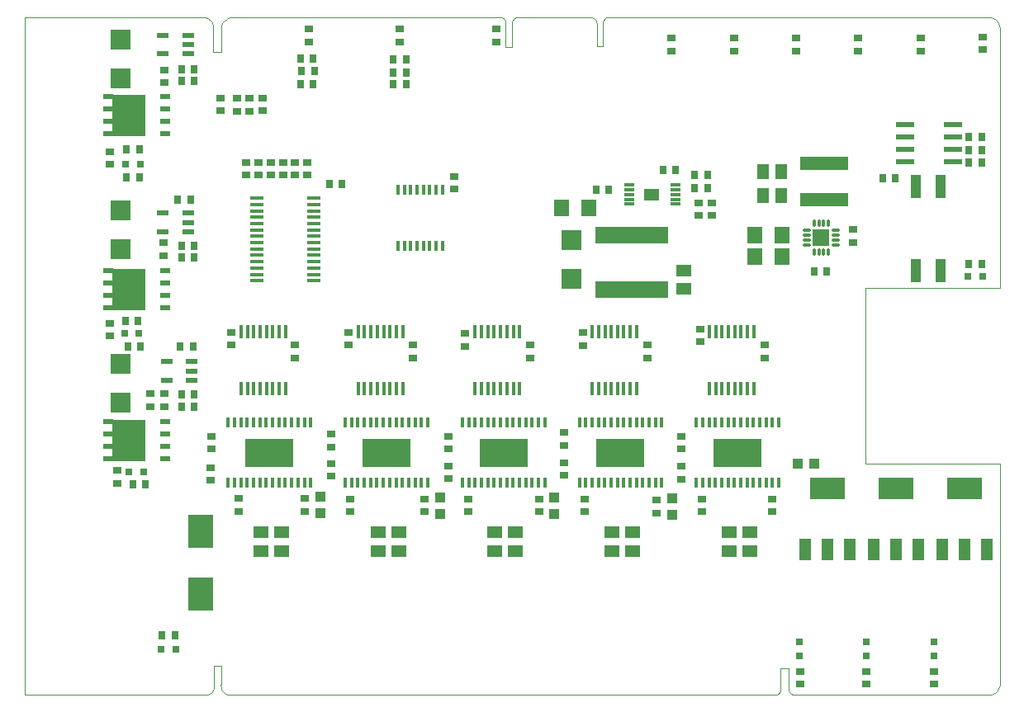
<source format=gtp>
G75*
%MOIN*%
%OFA0B0*%
%FSLAX24Y24*%
%IPPOS*%
%LPD*%
%AMOC8*
5,1,8,0,0,1.08239X$1,22.5*
%
%ADD10C,0.0000*%
%ADD11R,0.0138X0.0394*%
%ADD12R,0.1969X0.1181*%
%ADD13R,0.0140X0.0580*%
%ADD14R,0.0120X0.0390*%
%ADD15R,0.0354X0.0276*%
%ADD16R,0.0591X0.0512*%
%ADD17R,0.0315X0.0315*%
%ADD18R,0.0480X0.0880*%
%ADD19R,0.1417X0.0866*%
%ADD20R,0.0276X0.0354*%
%ADD21R,0.0580X0.0140*%
%ADD22R,0.0433X0.0394*%
%ADD23R,0.0394X0.0433*%
%ADD24R,0.0445X0.0961*%
%ADD25R,0.0984X0.1378*%
%ADD26R,0.0787X0.0787*%
%ADD27C,0.0118*%
%ADD28R,0.0709X0.0709*%
%ADD29R,0.0630X0.0709*%
%ADD30R,0.0512X0.0591*%
%ADD31R,0.1969X0.0551*%
%ADD32R,0.0394X0.0118*%
%ADD33R,0.2953X0.0709*%
%ADD34R,0.0780X0.0210*%
%ADD35R,0.0433X0.0197*%
%ADD36R,0.1378X0.1693*%
%ADD37R,0.0472X0.0217*%
D10*
X002484Y003433D02*
X009806Y003433D01*
X009807Y003433D02*
X009841Y003436D01*
X009875Y003443D01*
X009909Y003454D01*
X009941Y003467D01*
X009971Y003484D01*
X010000Y003503D01*
X010027Y003525D01*
X010052Y003550D01*
X010073Y003577D01*
X010093Y003606D01*
X010109Y003637D01*
X010122Y003670D01*
X010132Y003703D01*
X010138Y003737D01*
X010142Y003772D01*
X010141Y003807D01*
X010141Y004614D01*
X010417Y004614D01*
X010417Y003846D01*
X010416Y003847D02*
X010415Y003809D01*
X010418Y003771D01*
X010424Y003734D01*
X010434Y003697D01*
X010448Y003662D01*
X010464Y003628D01*
X010485Y003596D01*
X010508Y003566D01*
X010534Y003539D01*
X010562Y003514D01*
X010593Y003492D01*
X010626Y003474D01*
X010660Y003458D01*
X010696Y003446D01*
X010733Y003438D01*
X010770Y003433D01*
X010771Y003433D02*
X032779Y003433D01*
X032808Y003436D01*
X032837Y003443D01*
X032865Y003453D01*
X032892Y003466D01*
X032917Y003482D01*
X032939Y003502D01*
X032960Y003523D01*
X032977Y003547D01*
X032991Y003573D01*
X033002Y003601D01*
X033010Y003630D01*
X033014Y003659D01*
X033015Y003689D01*
X033015Y004516D01*
X033330Y004516D01*
X033330Y003689D01*
X033331Y003659D01*
X033335Y003630D01*
X033343Y003601D01*
X033354Y003573D01*
X033368Y003547D01*
X033385Y003523D01*
X033406Y003502D01*
X033428Y003482D01*
X033453Y003466D01*
X033480Y003453D01*
X033508Y003443D01*
X033537Y003436D01*
X033566Y003433D01*
X041361Y003433D01*
X041402Y003432D01*
X041442Y003435D01*
X041482Y003441D01*
X041522Y003451D01*
X041560Y003464D01*
X041597Y003480D01*
X041632Y003500D01*
X041666Y003522D01*
X041698Y003548D01*
X041727Y003576D01*
X041753Y003606D01*
X041777Y003639D01*
X041798Y003674D01*
X041816Y003710D01*
X041831Y003748D01*
X041842Y003786D01*
X041850Y003826D01*
X041854Y003866D01*
X041854Y012783D01*
X036417Y012783D01*
X036417Y019870D01*
X041854Y019870D01*
X041854Y030402D01*
X041854Y030401D02*
X041849Y030441D01*
X041841Y030480D01*
X041829Y030519D01*
X041814Y030556D01*
X041796Y030592D01*
X041775Y030626D01*
X041751Y030658D01*
X041724Y030688D01*
X041695Y030715D01*
X041664Y030740D01*
X041630Y030762D01*
X041595Y030781D01*
X041558Y030796D01*
X041520Y030809D01*
X041481Y030818D01*
X041442Y030824D01*
X041402Y030826D01*
X041362Y030825D01*
X041361Y030825D02*
X026056Y030825D01*
X026028Y030820D01*
X026000Y030812D01*
X025973Y030800D01*
X025947Y030786D01*
X025924Y030768D01*
X025903Y030748D01*
X025885Y030725D01*
X025869Y030701D01*
X025856Y030674D01*
X025847Y030646D01*
X025841Y030618D01*
X025839Y030589D01*
X025840Y030559D01*
X025840Y029634D01*
X025584Y029634D01*
X025584Y030539D01*
X025585Y030570D01*
X025582Y030601D01*
X025575Y030631D01*
X025564Y030661D01*
X025550Y030688D01*
X025533Y030714D01*
X025513Y030738D01*
X025490Y030759D01*
X025465Y030777D01*
X025437Y030792D01*
X025408Y030803D01*
X025378Y030811D01*
X025348Y030815D01*
X022365Y030815D01*
X022366Y030815D02*
X022338Y030808D01*
X022310Y030798D01*
X022285Y030785D01*
X022261Y030769D01*
X022239Y030751D01*
X022219Y030729D01*
X022202Y030706D01*
X022189Y030681D01*
X022178Y030654D01*
X022171Y030626D01*
X022167Y030597D01*
X022166Y030568D01*
X022169Y030540D01*
X022169Y030539D02*
X022169Y029614D01*
X021913Y029614D01*
X021913Y030539D01*
X021912Y030540D02*
X021915Y030568D01*
X021914Y030597D01*
X021910Y030626D01*
X021903Y030654D01*
X021892Y030681D01*
X021879Y030706D01*
X021862Y030729D01*
X021842Y030751D01*
X021820Y030769D01*
X021796Y030785D01*
X021771Y030798D01*
X021743Y030808D01*
X021715Y030815D01*
X021716Y030815D02*
X010889Y030815D01*
X010848Y030813D01*
X010807Y030808D01*
X010767Y030799D01*
X010728Y030787D01*
X010690Y030771D01*
X010653Y030752D01*
X010618Y030730D01*
X010586Y030705D01*
X010555Y030677D01*
X010527Y030646D01*
X010502Y030614D01*
X010480Y030579D01*
X010461Y030542D01*
X010445Y030504D01*
X010433Y030465D01*
X010424Y030425D01*
X010419Y030384D01*
X010417Y030343D01*
X010417Y029398D01*
X010102Y029398D01*
X010102Y030343D01*
X010105Y030382D01*
X010104Y030421D01*
X010100Y030459D01*
X010093Y030498D01*
X010082Y030535D01*
X010067Y030571D01*
X010050Y030606D01*
X010029Y030639D01*
X010005Y030670D01*
X009978Y030698D01*
X009949Y030724D01*
X009918Y030747D01*
X009885Y030768D01*
X009850Y030785D01*
X009813Y030798D01*
X009776Y030809D01*
X009737Y030816D01*
X009737Y030815D02*
X002484Y030815D01*
X002484Y003433D01*
D11*
X010712Y012011D03*
X010968Y012011D03*
X011224Y012011D03*
X011480Y012011D03*
X011736Y012011D03*
X011991Y012011D03*
X012247Y012011D03*
X012503Y012011D03*
X012759Y012011D03*
X013015Y012011D03*
X013271Y012011D03*
X013527Y012011D03*
X013783Y012011D03*
X014039Y012011D03*
X015436Y012011D03*
X015692Y012011D03*
X015948Y012011D03*
X016204Y012011D03*
X016460Y012011D03*
X016716Y012011D03*
X016972Y012011D03*
X017228Y012011D03*
X017484Y012011D03*
X017739Y012011D03*
X017995Y012011D03*
X018251Y012011D03*
X018507Y012011D03*
X018763Y012011D03*
X020161Y012011D03*
X020417Y012011D03*
X020673Y012011D03*
X020928Y012011D03*
X021184Y012011D03*
X021440Y012011D03*
X021696Y012011D03*
X021952Y012011D03*
X022208Y012011D03*
X022464Y012011D03*
X022720Y012011D03*
X022976Y012011D03*
X023232Y012011D03*
X023487Y012011D03*
X024885Y012011D03*
X025141Y012011D03*
X025397Y012011D03*
X025653Y012011D03*
X025909Y012011D03*
X026165Y012011D03*
X026421Y012011D03*
X026676Y012011D03*
X026932Y012011D03*
X027188Y012011D03*
X027444Y012011D03*
X027700Y012011D03*
X027956Y012011D03*
X028212Y012011D03*
X029610Y012011D03*
X029865Y012011D03*
X030121Y012011D03*
X030377Y012011D03*
X030633Y012011D03*
X030889Y012011D03*
X031145Y012011D03*
X031401Y012011D03*
X031657Y012011D03*
X031913Y012011D03*
X032169Y012011D03*
X032424Y012011D03*
X032680Y012011D03*
X032936Y012011D03*
X032936Y014442D03*
X032680Y014442D03*
X032424Y014442D03*
X032169Y014442D03*
X031913Y014442D03*
X031657Y014442D03*
X031401Y014442D03*
X031145Y014442D03*
X030889Y014442D03*
X030633Y014442D03*
X030377Y014442D03*
X030121Y014442D03*
X029865Y014442D03*
X029610Y014442D03*
X028212Y014442D03*
X027956Y014442D03*
X027700Y014442D03*
X027444Y014442D03*
X027188Y014442D03*
X026932Y014442D03*
X026676Y014442D03*
X026421Y014442D03*
X026165Y014442D03*
X025909Y014442D03*
X025653Y014442D03*
X025397Y014442D03*
X025141Y014442D03*
X024885Y014442D03*
X023487Y014442D03*
X023232Y014442D03*
X022976Y014442D03*
X022720Y014442D03*
X022464Y014442D03*
X022208Y014442D03*
X021952Y014442D03*
X021696Y014442D03*
X021440Y014442D03*
X021184Y014442D03*
X020928Y014442D03*
X020673Y014442D03*
X020417Y014442D03*
X020161Y014442D03*
X018763Y014442D03*
X018507Y014442D03*
X018251Y014442D03*
X017995Y014442D03*
X017739Y014442D03*
X017484Y014442D03*
X017228Y014442D03*
X016972Y014442D03*
X016716Y014442D03*
X016460Y014442D03*
X016204Y014442D03*
X015948Y014442D03*
X015692Y014442D03*
X015436Y014442D03*
X014039Y014442D03*
X013783Y014442D03*
X013527Y014442D03*
X013271Y014442D03*
X013015Y014442D03*
X012759Y014442D03*
X012503Y014442D03*
X012247Y014442D03*
X011991Y014442D03*
X011736Y014442D03*
X011480Y014442D03*
X011224Y014442D03*
X010968Y014442D03*
X010712Y014442D03*
D12*
X012375Y013226D03*
X017100Y013226D03*
X021824Y013226D03*
X026549Y013226D03*
X031273Y013226D03*
D13*
X031157Y015817D03*
X031407Y015817D03*
X031667Y015817D03*
X031927Y015817D03*
X030897Y015817D03*
X030647Y015817D03*
X030387Y015817D03*
X030127Y015817D03*
X030127Y018117D03*
X030387Y018117D03*
X030647Y018117D03*
X030897Y018117D03*
X031157Y018117D03*
X031407Y018117D03*
X031667Y018117D03*
X031927Y018117D03*
X027202Y018117D03*
X026942Y018117D03*
X026682Y018117D03*
X026432Y018117D03*
X026172Y018117D03*
X025922Y018117D03*
X025662Y018117D03*
X025402Y018117D03*
X025402Y015817D03*
X025662Y015817D03*
X025922Y015817D03*
X026172Y015817D03*
X026432Y015817D03*
X026682Y015817D03*
X026942Y015817D03*
X027202Y015817D03*
X022478Y015817D03*
X022218Y015817D03*
X021958Y015817D03*
X021708Y015817D03*
X021448Y015817D03*
X021198Y015817D03*
X020938Y015817D03*
X020678Y015817D03*
X020678Y018117D03*
X020938Y018117D03*
X021198Y018117D03*
X021448Y018117D03*
X021708Y018117D03*
X021958Y018117D03*
X022218Y018117D03*
X022478Y018117D03*
X017754Y018117D03*
X017494Y018117D03*
X017234Y018117D03*
X016984Y018117D03*
X016724Y018117D03*
X016474Y018117D03*
X016214Y018117D03*
X015954Y018117D03*
X015954Y015817D03*
X016214Y015817D03*
X016474Y015817D03*
X016724Y015817D03*
X016984Y015817D03*
X017234Y015817D03*
X017494Y015817D03*
X017754Y015817D03*
X013029Y015817D03*
X012769Y015817D03*
X012509Y015817D03*
X012259Y015817D03*
X011999Y015817D03*
X011749Y015817D03*
X011489Y015817D03*
X011229Y015817D03*
X011229Y018117D03*
X011489Y018117D03*
X011749Y018117D03*
X011999Y018117D03*
X012259Y018117D03*
X012509Y018117D03*
X012769Y018117D03*
X013029Y018117D03*
D14*
X017562Y021566D03*
X017818Y021566D03*
X018074Y021566D03*
X018330Y021566D03*
X018586Y021566D03*
X018842Y021566D03*
X019098Y021566D03*
X019354Y021566D03*
X019354Y023863D03*
X019098Y023863D03*
X018842Y023863D03*
X018586Y023863D03*
X018330Y023863D03*
X018074Y023863D03*
X017818Y023863D03*
X017562Y023863D03*
D15*
X019836Y023866D03*
X019836Y024378D03*
X013901Y024437D03*
X013901Y024949D03*
X013409Y024949D03*
X012917Y024949D03*
X012424Y024949D03*
X011932Y024949D03*
X011440Y024949D03*
X011440Y024437D03*
X011932Y024437D03*
X012424Y024437D03*
X012917Y024437D03*
X013409Y024437D03*
X011558Y027026D03*
X011056Y027026D03*
X011056Y027537D03*
X011558Y027537D03*
X012090Y027547D03*
X012090Y027035D03*
X010407Y027045D03*
X010407Y027557D03*
X008143Y028177D03*
X008143Y028689D03*
X005928Y025392D03*
X005928Y024880D03*
X008094Y021701D03*
X008094Y021189D03*
X005928Y018453D03*
X005928Y017941D03*
X007552Y015598D03*
X007552Y015087D03*
X008143Y015087D03*
X008143Y015598D03*
X010023Y013883D03*
X010023Y013371D03*
X010013Y012610D03*
X010013Y012098D03*
X011134Y011374D03*
X011134Y010863D03*
X013786Y010863D03*
X013786Y011374D03*
X014865Y012272D03*
X014865Y012783D03*
X014856Y013453D03*
X014856Y013965D03*
X015623Y011346D03*
X015623Y010835D03*
X018645Y010835D03*
X018645Y011346D03*
X019592Y012164D03*
X019592Y012675D03*
X019592Y013374D03*
X019592Y013886D03*
X020387Y011346D03*
X020387Y010835D03*
X023251Y010835D03*
X023251Y011346D03*
X024275Y012311D03*
X024275Y012823D03*
X024275Y013523D03*
X024275Y014035D03*
X025111Y011346D03*
X025111Y010835D03*
X028015Y010795D03*
X028015Y011307D03*
X028999Y012154D03*
X028999Y012665D03*
X028989Y013374D03*
X028989Y013886D03*
X029836Y011346D03*
X029836Y010835D03*
X032659Y010835D03*
X032659Y011346D03*
X032356Y017055D03*
X032356Y017567D03*
X029756Y017715D03*
X029756Y018227D03*
X027631Y017567D03*
X027631Y017055D03*
X025031Y017555D03*
X025031Y018067D03*
X022907Y017567D03*
X022907Y017055D03*
X020267Y017525D03*
X020267Y018037D03*
X018182Y017567D03*
X018182Y017055D03*
X015562Y017565D03*
X015562Y018077D03*
X013409Y017567D03*
X013409Y017055D03*
X010829Y017565D03*
X010829Y018077D03*
X006224Y012498D03*
X006224Y011986D03*
X013950Y029821D03*
X013950Y030333D03*
X017621Y030333D03*
X017621Y029821D03*
X021539Y029821D03*
X021539Y030333D03*
X028615Y029969D03*
X028615Y029457D03*
X031125Y029457D03*
X031125Y029969D03*
X033635Y029969D03*
X033635Y029457D03*
X036145Y029457D03*
X036145Y029969D03*
X038655Y029969D03*
X038655Y029457D03*
X041165Y029506D03*
X041165Y030018D03*
X035948Y022242D03*
X035948Y021730D03*
X030239Y022813D03*
X030239Y023325D03*
X029698Y023325D03*
X029698Y022813D03*
X033793Y004388D03*
X033793Y003876D03*
X036480Y003876D03*
X036480Y004388D03*
X039196Y004388D03*
X039196Y003876D03*
D16*
X031765Y009260D03*
X031765Y010008D03*
X030928Y010008D03*
X030928Y009260D03*
X027041Y009260D03*
X027041Y010008D03*
X026204Y010008D03*
X026204Y009260D03*
X022316Y009260D03*
X022316Y010008D03*
X021480Y010008D03*
X021480Y009260D03*
X017592Y009260D03*
X017592Y010008D03*
X016755Y010008D03*
X016755Y009260D03*
X012867Y009260D03*
X012867Y010008D03*
X012031Y010008D03*
X012031Y009260D03*
X029108Y019841D03*
X029108Y020589D03*
X027812Y023652D03*
D17*
X040574Y020362D03*
X041165Y020362D03*
X039196Y005589D03*
X039196Y004998D03*
X036470Y004998D03*
X036470Y005589D03*
X033773Y005589D03*
X033773Y004998D03*
X008595Y005272D03*
X008005Y005272D03*
X007306Y012439D03*
X006716Y012439D03*
X006519Y018049D03*
X007110Y018049D03*
X007159Y024890D03*
X006568Y024890D03*
D18*
X033985Y009329D03*
X034895Y009329D03*
X035805Y009329D03*
X036761Y009329D03*
X037671Y009329D03*
X038580Y009329D03*
X039517Y009329D03*
X040426Y009329D03*
X041336Y009329D03*
D19*
X040426Y011769D03*
X037671Y011769D03*
X034895Y011769D03*
D20*
X034865Y020539D03*
X034354Y020539D03*
X030052Y023906D03*
X029541Y023906D03*
X029541Y024447D03*
X030052Y024447D03*
X028773Y024644D03*
X028261Y024644D03*
X026066Y023856D03*
X025554Y023856D03*
X017887Y028098D03*
X017887Y028581D03*
X017375Y028581D03*
X017375Y028098D03*
X017375Y029112D03*
X017887Y029112D03*
X014186Y028650D03*
X013674Y028650D03*
X013625Y028098D03*
X014137Y028098D03*
X014137Y029161D03*
X013625Y029161D03*
X009334Y028728D03*
X009334Y028236D03*
X008822Y028236D03*
X008822Y028728D03*
X007119Y025480D03*
X006608Y025480D03*
X006608Y024348D03*
X007119Y024348D03*
X008674Y023463D03*
X009186Y023463D03*
X009334Y021593D03*
X008822Y021593D03*
X008822Y021100D03*
X009334Y021100D03*
X007070Y018541D03*
X006558Y018541D03*
X006657Y017508D03*
X007169Y017508D03*
X008773Y017508D03*
X009285Y017508D03*
X009334Y015589D03*
X009334Y015096D03*
X008822Y015096D03*
X008822Y015589D03*
X007365Y011947D03*
X006854Y011947D03*
X008044Y005852D03*
X008556Y005852D03*
X014795Y024075D03*
X015306Y024075D03*
X037119Y024299D03*
X037631Y024299D03*
X040613Y024939D03*
X041125Y024939D03*
X041125Y025431D03*
X040613Y025431D03*
X040613Y025972D03*
X041125Y025972D03*
X041125Y020854D03*
X040613Y020854D03*
D21*
X014165Y020939D03*
X014165Y020689D03*
X014165Y020429D03*
X014165Y020179D03*
X014165Y021199D03*
X014165Y021459D03*
X014165Y021709D03*
X014165Y021969D03*
X014165Y022219D03*
X014165Y022479D03*
X014165Y022739D03*
X014165Y022989D03*
X014165Y023249D03*
X014165Y023499D03*
X011865Y023499D03*
X011865Y023249D03*
X011865Y022989D03*
X011865Y022739D03*
X011865Y022479D03*
X011865Y022219D03*
X011865Y021969D03*
X011865Y021709D03*
X011865Y021459D03*
X011865Y021199D03*
X011865Y020939D03*
X011865Y020689D03*
X011865Y020429D03*
X011865Y020179D03*
D22*
X033700Y012770D03*
X034369Y012770D03*
D23*
X028635Y011386D03*
X028635Y010717D03*
X023871Y010736D03*
X023871Y011406D03*
X019265Y011406D03*
X019265Y010736D03*
X014423Y010776D03*
X014423Y011445D03*
D24*
X038450Y020589D03*
X039450Y020589D03*
X039450Y023974D03*
X038450Y023974D03*
D25*
X009598Y010061D03*
X009598Y007502D03*
D26*
X006371Y015244D03*
X006371Y016819D03*
X006371Y021445D03*
X006371Y023020D03*
X006371Y028335D03*
X006371Y029909D03*
X024560Y021829D03*
X024560Y020254D03*
D27*
X033980Y021622D02*
X034156Y021622D01*
X034156Y021819D02*
X033980Y021819D01*
X033980Y022016D02*
X034156Y022016D01*
X034156Y022213D02*
X033980Y022213D01*
X034354Y022410D02*
X034354Y022586D01*
X034550Y022586D02*
X034550Y022410D01*
X034747Y022410D02*
X034747Y022586D01*
X034944Y022586D02*
X034944Y022410D01*
X035142Y022213D02*
X035318Y022213D01*
X035318Y022016D02*
X035142Y022016D01*
X035142Y021819D02*
X035318Y021819D01*
X035318Y021622D02*
X035142Y021622D01*
X034944Y021425D02*
X034944Y021249D01*
X034747Y021249D02*
X034747Y021425D01*
X034550Y021425D02*
X034550Y021249D01*
X034354Y021249D02*
X034354Y021425D01*
D28*
X034649Y021917D03*
D29*
X033074Y022006D03*
X031972Y022006D03*
X031972Y021150D03*
X033074Y021150D03*
X025279Y023118D03*
X024176Y023118D03*
D30*
X032297Y023630D03*
X033045Y023630D03*
X033045Y024594D03*
X032297Y024594D03*
D31*
X034767Y024909D03*
X034767Y023453D03*
D32*
X028773Y023463D03*
X028773Y023657D03*
X028773Y023856D03*
X028773Y024053D03*
X028773Y023266D03*
X026883Y023266D03*
X026883Y023463D03*
X026883Y023657D03*
X026883Y023856D03*
X026883Y024053D03*
D33*
X026991Y022006D03*
X026991Y019801D03*
D34*
X038029Y024976D03*
X038029Y025476D03*
X038029Y025976D03*
X038029Y026476D03*
X039969Y026476D03*
X039969Y025976D03*
X039969Y025476D03*
X039969Y024976D03*
D35*
X008153Y026108D03*
X008153Y026608D03*
X008153Y027108D03*
X008153Y027608D03*
X005869Y027608D03*
X005869Y027108D03*
X005869Y026608D03*
X005869Y026108D03*
X005869Y020571D03*
X005869Y020071D03*
X005869Y019571D03*
X005869Y019071D03*
X008153Y019071D03*
X008153Y019571D03*
X008153Y020071D03*
X008153Y020571D03*
X008153Y014469D03*
X008153Y013969D03*
X008153Y013469D03*
X008153Y012969D03*
X005869Y012969D03*
X005869Y013469D03*
X005869Y013969D03*
X005869Y014469D03*
D36*
X006716Y013719D03*
X006716Y019821D03*
X006716Y026858D03*
D37*
X008074Y029339D03*
X008074Y030087D03*
X009098Y030087D03*
X009098Y029713D03*
X009098Y029339D03*
X009098Y022902D03*
X009098Y022528D03*
X009098Y022154D03*
X008074Y022154D03*
X008074Y022902D03*
X008222Y016898D03*
X008222Y016150D03*
X009245Y016150D03*
X009245Y016524D03*
X009245Y016898D03*
M02*

</source>
